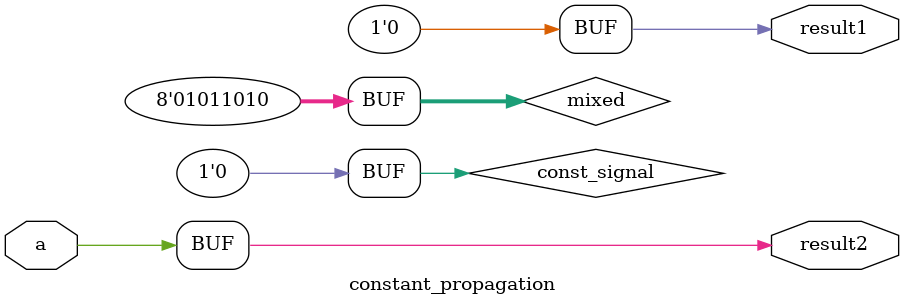
<source format=sv>
module constant_propagation (
  input  logic a,
  output logic result1,
  output logic result2
);
  
  // Parameters are constants
  localparam CONST_VAL = 8'h5A;
  localparam CONST_ZERO = 1'b0;
  
  // Constant assignments
  logic const_signal;
  assign const_signal = CONST_ZERO;  // const_signal is constant
  
  // Mixed constant and variable
  logic [7:0] mixed;
  assign mixed = CONST_VAL;  // mixed is constant
  
  assign result1 = const_signal;  // result1 driven by constant
  assign result2 = a | const_signal;  // result2 driven by constant and variable
  
endmodule


</source>
